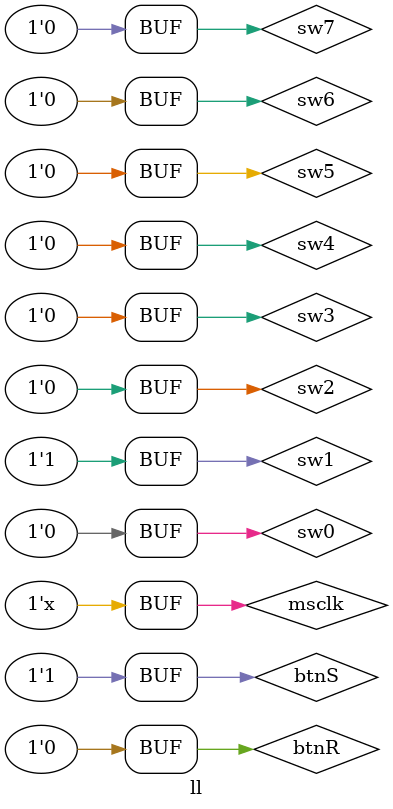
<source format=v>
`timescale 1ns / 1ps


module ll;

	// Inputs
	reg sw0;
	reg sw1;
	reg sw2;
	reg sw3;
	reg sw4;
	reg sw5;
	reg sw6;
	reg sw7;
	reg btnR;
	reg btnS;
	reg msclk;
	wire RX;

	// Outputs
	wire TX;
	wire [3:0] an;
	wire [7:0] seg;
	wire [7:0] Led;

	// Instantiate the Unit Under Test (UUT)
	encryptor uut (
		.sw0(sw0), 
		.sw1(sw1), 
		.sw2(sw2), 
		.sw3(sw3), 
		.sw4(sw4), 
		.sw5(sw5), 
		.sw6(sw6), 
		.sw7(sw7), 
		.btnR(btnR), 
		.btnS(btnS), 
		.msclk(msclk), 
		.RX(RX), 
		.TX(TX), 
		.an(an), 
		.seg(seg), 
		.Led(Led)
	);

	initial begin
		// Initialize Inputs
		sw0 = 0;
		sw1 = 1;
		sw2 = 0;
		sw3 = 0;
		sw4 = 0;
		sw5 = 0;
		sw6 = 0;
		sw7 = 0;
		btnR = 0;
		btnS = 0;
		msclk = 0;

		// Wait 100 ns for global reset to finish
		#100000;
        btnS = 1;

		// Add stimulus here

	end
    always #5 msclk = ~msclk;
           model_uart uart_ (.TX(RX), .RX(TX));
           
   defparam uart_.name = "UART0";
   defparam uart_.baud = 1000000;
   endmodule


</source>
